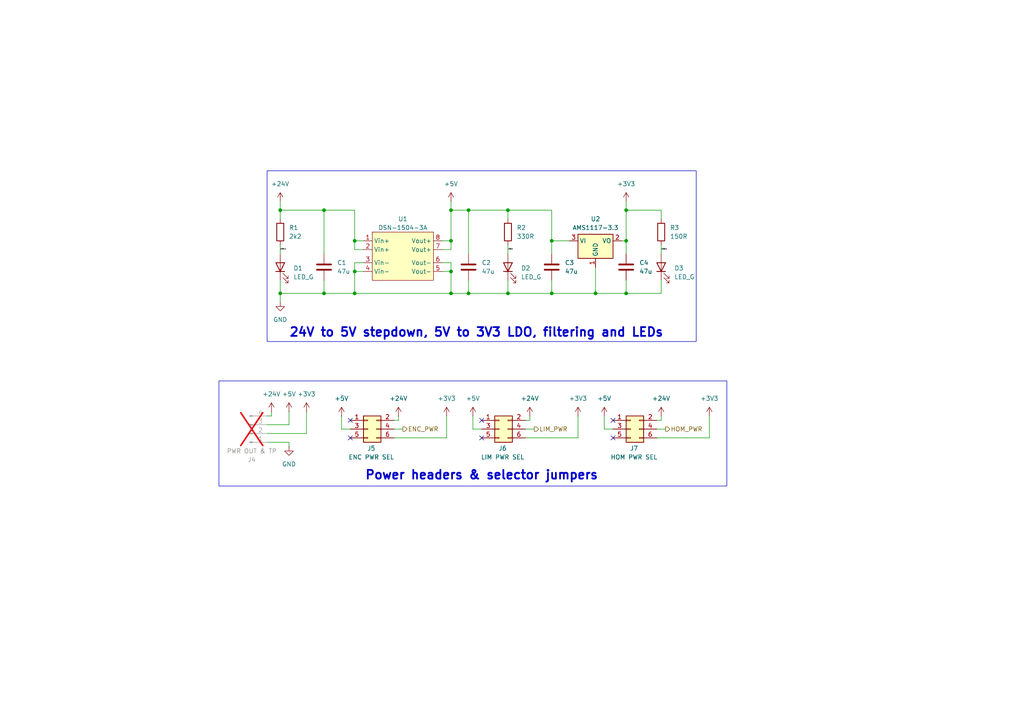
<source format=kicad_sch>
(kicad_sch (version 20231120) (generator "eeschema") (generator_version "8.0")
  (paper "A4")
  (title_block (title "Karcsi (INDACT Robot Arm) - Aux. boards power") (date "2024-05-19") (rev "1.1") (company "LEGO Kör (legokor.hu)") (comment 1 "Designed by Máté Kovács, Panka Horváth, Gergely Halász") (comment 2 "Reviewed by Máté Kovács, Andi Serban, Péter Varga"))
  (lib_symbols
    (symbol "Connector:Conn_01x04_Pin" (pin_names (offset 1.016) hide)
      (property "Reference" "J" (at 0 5.08 0))
      (property "Value" "Conn_01x04_Pin" (at 0 -7.62 0))
      (symbol "Conn_01x04_Pin_1_1"
        (polyline (pts (xy 1.27 -5.08) (xy 0.8636 -5.08)) (stroke (width 0.1524)))
        (polyline (pts (xy 1.27 -2.54) (xy 0.8636 -2.54)) (stroke (width 0.1524)))
        (polyline (pts (xy 1.27 0) (xy 0.8636 0)) (stroke (width 0.1524)))
        (polyline (pts (xy 1.27 2.54) (xy 0.8636 2.54)) (stroke (width 0.1524)))
        (rectangle (start 0.8636 -4.953) (end 0 -5.207) (stroke (width 0.1524)) (fill (type outline)))
        (rectangle (start 0.8636 -2.413) (end 0 -2.667) (stroke (width 0.1524)) (fill (type outline)))
        (rectangle (start 0.8636 0.127) (end 0 -0.127) (stroke (width 0.1524)) (fill (type outline)))
        (rectangle (start 0.8636 2.667) (end 0 2.413) (stroke (width 0.1524)) (fill (type outline)))
        (pin passive line (at 5.08 2.54 180) (length 3.81) (name "Pin_1") (number "1"))
        (pin passive line (at 5.08 0 180) (length 3.81) (name "Pin_2") (number "2"))
        (pin passive line (at 5.08 -2.54 180) (length 3.81) (name "Pin_3") (number "3"))
        (pin passive line (at 5.08 -5.08 180) (length 3.81) (name "Pin_4") (number "4"))
      )
    )
    (symbol "Connector_Generic:Conn_02x03_Odd_Even" (pin_names (offset 1.016) hide)
      (property "Reference" "J" (at 1.27 5.08 0))
      (property "Value" "Conn_02x03_Odd_Even" (at 1.27 -5.08 0))
      (symbol "Conn_02x03_Odd_Even_1_1"
        (rectangle (start -1.27 -2.413) (end 0 -2.667) (stroke (width 0.1524)))
        (rectangle (start -1.27 0.127) (end 0 -0.127) (stroke (width 0.1524)))
        (rectangle (start -1.27 2.667) (end 0 2.413) (stroke (width 0.1524)))
        (rectangle (start -1.27 3.81) (end 3.81 -3.81) (stroke (width 0.254)) (fill (type background)))
        (rectangle (start 3.81 -2.413) (end 2.54 -2.667) (stroke (width 0.1524)))
        (rectangle (start 3.81 0.127) (end 2.54 -0.127) (stroke (width 0.1524)))
        (rectangle (start 3.81 2.667) (end 2.54 2.413) (stroke (width 0.1524)))
        (pin passive line (at -5.08 2.54 0) (length 3.81) (name "Pin_1") (number "1"))
        (pin passive line (at 7.62 2.54 180) (length 3.81) (name "Pin_2") (number "2"))
        (pin passive line (at -5.08 0 0) (length 3.81) (name "Pin_3") (number "3"))
        (pin passive line (at 7.62 0 180) (length 3.81) (name "Pin_4") (number "4"))
        (pin passive line (at -5.08 -2.54 0) (length 3.81) (name "Pin_5") (number "5"))
        (pin passive line (at 7.62 -2.54 180) (length 3.81) (name "Pin_6") (number "6"))
      )
    )
    (symbol "Device:C" (pin_numbers hide) (pin_names (offset 0.254))
      (property "Reference" "C" (at 0.635 2.54 0))
      (property "Value" "C" (at 0.635 -2.54 0))
      (symbol "C_0_1"
        (polyline (pts (xy -2.032 -0.762) (xy 2.032 -0.762)) (stroke (width 0.508)))
        (polyline (pts (xy -2.032 0.762) (xy 2.032 0.762)) (stroke (width 0.508)))
      )
      (symbol "C_1_1"
        (pin passive line (at 0 3.81 270) (length 2.794) (name "~") (number "1"))
        (pin passive line (at 0 -3.81 90) (length 2.794) (name "~") (number "2"))
      )
    )
    (symbol "Device:LED" (pin_numbers hide) (pin_names (offset 1.016) hide)
      (property "Reference" "D" (at 0 2.54 0))
      (property "Value" "LED" (at 0 -2.54 0))
      (symbol "LED_0_1"
        (polyline (pts (xy -1.27 -1.27) (xy -1.27 1.27)) (stroke (width 0.254)))
        (polyline (pts (xy -1.27 0) (xy 1.27 0)))
        (polyline (pts (xy 1.27 -1.27) (xy 1.27 1.27) (xy -1.27 0) (xy 1.27 -1.27)) (stroke (width 0.254)))
        (polyline (pts (xy -3.048 -0.762) (xy -4.572 -2.286) (xy -3.81 -2.286) (xy -4.572 -2.286) (xy -4.572 -1.524)))
        (polyline (pts (xy -1.778 -0.762) (xy -3.302 -2.286) (xy -2.54 -2.286) (xy -3.302 -2.286) (xy -3.302 -1.524)))
      )
      (symbol "LED_1_1"
        (pin passive line (at -3.81 0 0) (length 2.54) (name "K") (number "1"))
        (pin passive line (at 3.81 0 180) (length 2.54) (name "A") (number "2"))
      )
    )
    (symbol "Device:R" (pin_numbers hide) (pin_names (offset 0))
      (property "Reference" "R" (at 2.032 0 90))
      (property "Value" "R" (at 0 0 90))
      (symbol "R_0_1"
        (rectangle (start -1.016 -2.54) (end 1.016 2.54) (stroke (width 0.254)))
      )
      (symbol "R_1_1"
        (pin passive line (at 0 3.81 270) (length 1.27) (name "~") (number "1"))
        (pin passive line (at 0 -3.81 90) (length 1.27) (name "~") (number "2"))
      )
    )
    (symbol "Regulator_Linear:AMS1117-3.3"
      (property "Reference" "U" (at -3.81 3.175 0))
      (property "Value" "AMS1117-3.3" (at 0 3.175 0))
      (symbol "AMS1117-3.3_0_1"
        (rectangle (start -5.08 -5.08) (end 5.08 1.905) (stroke (width 0.254)) (fill (type background)))
      )
      (symbol "AMS1117-3.3_1_1"
        (pin power_in line (at 0 -7.62 90) (length 2.54) (name "GND") (number "1"))
        (pin power_out line (at 7.62 0 180) (length 2.54) (name "VO") (number "2"))
        (pin power_in line (at -7.62 0 0) (length 2.54) (name "VI") (number "3"))
      )
    )
    (symbol "power:+24V" (power) (pin_numbers hide) (pin_names (offset 0) hide)
      (property "Value" "+24V" (at 0 3.556 0))
      (symbol "+24V_0_1"
        (polyline (pts (xy -0.762 1.27) (xy 0 2.54)))
        (polyline (pts (xy 0 0) (xy 0 2.54)))
        (polyline (pts (xy 0 2.54) (xy 0.762 1.27)))
      )
      (symbol "+24V_1_1"
        (pin power_in line (at 0 0 90) (length 0) (name "~") (number "1"))
      )
    )
    (symbol "power:+3V3" (power) (pin_numbers hide) (pin_names (offset 0) hide)
      (property "Value" "+3V3" (at 0 3.556 0))
      (symbol "+3V3_0_1"
        (polyline (pts (xy -0.762 1.27) (xy 0 2.54)))
        (polyline (pts (xy 0 0) (xy 0 2.54)))
        (polyline (pts (xy 0 2.54) (xy 0.762 1.27)))
      )
      (symbol "+3V3_1_1"
        (pin power_in line (at 0 0 90) (length 0) (name "~") (number "1"))
      )
    )
    (symbol "power:+5V" (power) (pin_numbers hide) (pin_names (offset 0) hide)
      (property "Value" "+5V" (at 0 3.556 0))
      (symbol "+5V_0_1"
        (polyline (pts (xy -0.762 1.27) (xy 0 2.54)))
        (polyline (pts (xy 0 0) (xy 0 2.54)))
        (polyline (pts (xy 0 2.54) (xy 0.762 1.27)))
      )
      (symbol "+5V_1_1"
        (pin power_in line (at 0 0 90) (length 0) (name "~") (number "1"))
      )
    )
    (symbol "power:GND" (power) (pin_numbers hide) (pin_names (offset 0) hide)
      (property "Value" "GND" (at 0 -3.81 0))
      (symbol "GND_0_1"
        (polyline (pts (xy 0 0) (xy 0 -1.27) (xy 1.27 -1.27) (xy 0 -2.54) (xy -1.27 -1.27) (xy 0 -1.27)))
      )
      (symbol "GND_1_1"
        (pin power_in line (at 0 0 270) (length 0) (name "~") (number "1"))
      )
    )
    (symbol "power_modules:DSN-1504-3A"
      (property "Reference" "U" (at 0 8.89 0))
      (symbol "DSN-1504-3A_1_1"
        (rectangle (start -8.89 7.62) (end 8.89 -6.35) (fill (type background)))
        (pin power_in line (at -11.43 5.08 0) (length 2.54) (name "Vin+") (number "1"))
        (pin power_in line (at -11.43 2.54 0) (length 2.54) (name "Vin+") (number "2"))
        (pin power_in line (at -11.43 -1.27 0) (length 2.54) (name "Vin-") (number "3"))
        (pin power_in line (at -11.43 -3.81 0) (length 2.54) (name "Vin-") (number "4"))
        (pin power_out line (at 11.43 -3.81 180) (length 2.54) (name "Vout-") (number "5"))
        (pin power_out line (at 11.43 -1.27 180) (length 2.54) (name "Vout-") (number "6"))
        (pin power_out line (at 11.43 2.54 180) (length 2.54) (name "Vout+") (number "7"))
        (pin power_out line (at 11.43 5.08 180) (length 2.54) (name "Vout+") (number "8"))
      )
    )
  )
  (junction (at 130.81 69.85))
  (junction (at 172.72 85.09))
  (junction (at 160.02 69.85))
  (junction (at 147.32 60.96))
  (junction (at 93.98 60.96))
  (junction (at 130.81 78.74))
  (junction (at 181.61 60.96))
  (junction (at 102.87 85.09))
  (junction (at 135.89 85.09))
  (junction (at 81.28 60.96))
  (junction (at 160.02 85.09))
  (junction (at 135.89 60.96))
  (junction (at 181.61 69.85))
  (junction (at 181.61 85.09))
  (junction (at 93.98 85.09))
  (junction (at 147.32 85.09))
  (junction (at 130.81 85.09))
  (junction (at 130.81 60.96))
  (junction (at 81.28 85.09))
  (junction (at 102.87 69.85))
  (junction (at 102.87 78.74))
  (no_connect (at 139.7 121.92))
  (no_connect (at 101.6 121.92))
  (no_connect (at 139.7 127))
  (no_connect (at 177.8 121.92))
  (no_connect (at 177.8 127))
  (no_connect (at 101.6 127))
  (wire (pts (xy 130.81 58.42) (xy 130.81 60.96)))
  (wire (pts (xy 81.28 60.96) (xy 93.98 60.96)))
  (wire (pts (xy 147.32 85.09) (xy 160.02 85.09)))
  (wire (pts (xy 102.87 69.85) (xy 102.87 72.39)))
  (wire (pts (xy 114.3 124.46) (xy 116.84 124.46)))
  (wire (pts (xy 81.28 63.5) (xy 81.28 60.96)))
  (wire (pts (xy 191.77 71.12) (xy 191.77 73.66)))
  (wire (pts (xy 147.32 60.96) (xy 147.32 63.5)))
  (wire (pts (xy 93.98 85.09) (xy 102.87 85.09)))
  (wire (pts (xy 160.02 85.09) (xy 172.72 85.09)))
  (wire (pts (xy 88.9 119.38) (xy 88.9 125.73)))
  (wire (pts (xy 81.28 85.09) (xy 81.28 87.63)))
  (wire (pts (xy 115.57 120.65) (xy 115.57 121.92)))
  (wire (pts (xy 135.89 81.28) (xy 135.89 85.09)))
  (wire (pts (xy 181.61 69.85) (xy 181.61 60.96)))
  (wire (pts (xy 93.98 60.96) (xy 93.98 73.66)))
  (wire (pts (xy 83.82 129.54) (xy 83.82 128.27)))
  (wire (pts (xy 93.98 60.96) (xy 102.87 60.96)))
  (wire (pts (xy 115.57 121.92) (xy 114.3 121.92)))
  (wire (pts (xy 83.82 128.27) (xy 77.47 128.27)))
  (wire (pts (xy 128.27 78.74) (xy 130.81 78.74)))
  (wire (pts (xy 153.67 120.65) (xy 153.67 121.92)))
  (wire (pts (xy 172.72 85.09) (xy 181.61 85.09)))
  (wire (pts (xy 147.32 60.96) (xy 160.02 60.96)))
  (wire (pts (xy 102.87 78.74) (xy 105.41 78.74)))
  (wire (pts (xy 78.74 119.38) (xy 78.74 120.65)))
  (wire (pts (xy 83.82 123.19) (xy 77.47 123.19)))
  (wire (pts (xy 191.77 81.28) (xy 191.77 85.09)))
  (wire (pts (xy 129.54 120.65) (xy 129.54 127)))
  (wire (pts (xy 191.77 120.65) (xy 191.77 121.92)))
  (wire (pts (xy 180.34 69.85) (xy 181.61 69.85)))
  (wire (pts (xy 160.02 81.28) (xy 160.02 85.09)))
  (wire (pts (xy 105.41 72.39) (xy 102.87 72.39)))
  (wire (pts (xy 135.89 60.96) (xy 147.32 60.96)))
  (wire (pts (xy 81.28 81.28) (xy 81.28 85.09)))
  (wire (pts (xy 135.89 60.96) (xy 135.89 73.66)))
  (wire (pts (xy 191.77 60.96) (xy 191.77 63.5)))
  (wire (pts (xy 128.27 69.85) (xy 130.81 69.85)))
  (wire (pts (xy 129.54 127) (xy 114.3 127)))
  (wire (pts (xy 81.28 71.12) (xy 81.28 73.66)))
  (wire (pts (xy 175.26 124.46) (xy 177.8 124.46)))
  (wire (pts (xy 130.81 60.96) (xy 135.89 60.96)))
  (wire (pts (xy 78.74 120.65) (xy 77.47 120.65)))
  (wire (pts (xy 190.5 124.46) (xy 193.04 124.46)))
  (wire (pts (xy 130.81 85.09) (xy 135.89 85.09)))
  (wire (pts (xy 175.26 120.65) (xy 175.26 124.46)))
  (wire (pts (xy 99.06 120.65) (xy 99.06 124.46)))
  (wire (pts (xy 81.28 58.42) (xy 81.28 60.96)))
  (wire (pts (xy 160.02 69.85) (xy 160.02 73.66)))
  (wire (pts (xy 135.89 85.09) (xy 147.32 85.09)))
  (wire (pts (xy 128.27 76.2) (xy 130.81 76.2)))
  (wire (pts (xy 99.06 124.46) (xy 101.6 124.46)))
  (wire (pts (xy 160.02 60.96) (xy 160.02 69.85)))
  (wire (pts (xy 205.74 120.65) (xy 205.74 127)))
  (wire (pts (xy 137.16 124.46) (xy 139.7 124.46)))
  (wire (pts (xy 93.98 81.28) (xy 93.98 85.09)))
  (wire (pts (xy 130.81 72.39) (xy 130.81 69.85)))
  (wire (pts (xy 191.77 121.92) (xy 190.5 121.92)))
  (wire (pts (xy 181.61 81.28) (xy 181.61 85.09)))
  (wire (pts (xy 153.67 121.92) (xy 152.4 121.92)))
  (wire (pts (xy 181.61 58.42) (xy 181.61 60.96)))
  (wire (pts (xy 152.4 124.46) (xy 154.94 124.46)))
  (wire (pts (xy 128.27 72.39) (xy 130.81 72.39)))
  (wire (pts (xy 167.64 127) (xy 152.4 127)))
  (wire (pts (xy 88.9 125.73) (xy 77.47 125.73)))
  (wire (pts (xy 130.81 78.74) (xy 130.81 85.09)))
  (wire (pts (xy 160.02 69.85) (xy 165.1 69.85)))
  (wire (pts (xy 181.61 69.85) (xy 181.61 73.66)))
  (wire (pts (xy 130.81 76.2) (xy 130.81 78.74)))
  (wire (pts (xy 105.41 69.85) (xy 102.87 69.85)))
  (wire (pts (xy 102.87 69.85) (xy 102.87 60.96)))
  (wire (pts (xy 167.64 120.65) (xy 167.64 127)))
  (wire (pts (xy 83.82 119.38) (xy 83.82 123.19)))
  (wire (pts (xy 102.87 78.74) (xy 102.87 85.09)))
  (wire (pts (xy 137.16 120.65) (xy 137.16 124.46)))
  (wire (pts (xy 147.32 81.28) (xy 147.32 85.09)))
  (wire (pts (xy 181.61 60.96) (xy 191.77 60.96)))
  (wire (pts (xy 181.61 85.09) (xy 191.77 85.09)))
  (wire (pts (xy 205.74 127) (xy 190.5 127)))
  (wire (pts (xy 102.87 85.09) (xy 130.81 85.09)))
  (wire (pts (xy 147.32 71.12) (xy 147.32 73.66)))
  (wire (pts (xy 130.81 69.85) (xy 130.81 60.96)))
  (wire (pts (xy 81.28 85.09) (xy 93.98 85.09)))
  (wire (pts (xy 172.72 77.47) (xy 172.72 85.09)))
  (wire (pts (xy 102.87 76.2) (xy 102.87 78.74)))
  (wire (pts (xy 105.41 76.2) (xy 102.87 76.2)))
  (rectangle (start 63.5 110.49) (end 210.82 140.97))
  (rectangle (start 77.47 49.53) (end 201.93 99.06))
  (text "Power headers & selector jumpers" (at 139.7 137.922 0) (effects (font (size 2.54 2.54) (thickness 0.508) (bold yes))))
  (text "24V to 5V stepdown, 5V to 3V3 LDO, filtering and LEDs" (at 138.176 96.52 0) (effects (font (size 2.54 2.54) (thickness 0.508) (bold yes))))
  (label "LED24_A" (at 81.28 72.39 0) (effects (font (size 0.254 0.254))))
  (label "LED33_A" (at 191.77 72.39 0) (effects (font (size 0.254 0.254))))
  (label "LED5_A" (at 147.32 72.39 0) (effects (font (size 0.254 0.254))))
  (hierarchical_label "HOM_PWR" (shape output) (at 193.04 124.46 0))
  (hierarchical_label "ENC_PWR" (shape output) (at 116.84 124.46 0))
  (hierarchical_label "LIM_PWR" (shape output) (at 154.94 124.46 0))
  (symbol (lib_id "power:GND") (at 83.82 129.54 0) (unit 1)
    (property "Reference" "#PWR010" (effects (hide yes)))
    (property "Value" "GND" (at 83.82 134.62 0))
    (property "Description" "Power symbol creates a global label with name \"GND\" , ground" (effects (hide yes)))
    (instances (project "Aux_board_3" (path "" (reference "#PWR010") (unit 1))) (project "Aux_boards_meta" (path "" (reference "#PWR08") (unit 1))) (project "Aux_board_1" (path "" (reference "#PWR08") (unit 1))))
  )
  (symbol (lib_id "Connector_Generic:Conn_02x03_Odd_Even") (at 144.78 124.46 0) (unit 1)
    (property "Reference" "J6" (at 145.796 130.048 0))
    (property "Value" "LIM PWR SEL" (at 145.796 132.588 0))
    (property "Footprint" "Connector_PinHeader_2.54mm:PinHeader_2x03_P2.54mm_Vertical" (effects (hide yes)))
    (property "Datasheet" "-" (effects (hide yes)))
    (property "Description" "Generic connector, double row, 02x03, odd/even pin numbering scheme (row 1 odd numbers, row 2 even numbers), script generated (kicad-library-utils/schlib/autogen/connector/)" (effects (hide yes)))
    (property "Sourced" "1" (effects (hide yes)))
    (property "Supplier" "LEGOlab" (effects (hide yes)))
    (property "Supplier item no" "-" (effects (hide yes)))
    (instances (project "Aux_board_3" (path "" (reference "J6") (unit 1))) (project "Aux_boards_meta" (path "" (reference "J23") (unit 1))) (project "Aux_board_1" (path "" (reference "J3") (unit 1))))
  )
  (symbol (lib_id "power:+3V3") (at 129.54 120.65 0) (unit 1)
    (property "Reference" "#PWR014" (effects (hide yes)))
    (property "Value" "+3V3" (at 129.54 115.57 0))
    (property "Description" "Power symbol creates a global label with name \"+3V3\"" (effects (hide yes)))
    (instances (project "Aux_board_3" (path "" (reference "#PWR014") (unit 1))) (project "Aux_boards_meta" (path "" (reference "#PWR011") (unit 1))) (project "Aux_board_1" (path "" (reference "#PWR011") (unit 1))))
  )
  (symbol (lib_id "Device:C") (at 160.02 77.47 0) (unit 1)
    (property "Reference" "C3" (at 163.83 76.1999 0) (effects (justify left)))
    (property "Value" "47u" (at 163.83 78.7399 0) (effects (justify left)))
    (property "Footprint" "Capacitor_SMD:C_0805_2012Metric_Pad1.18x1.45mm_HandSolder" (effects (hide yes)))
    (property "Description" "Unpolarized capacitor" (effects (hide yes)))
    (property "Supplier" "Lomex" (effects (hide yes)))
    (property "Supplier URL" "https://lomex.hu/hu/webshop/#/search,82-11-74/stype,1" (effects (hide yes)))
    (property "Supplier item no" "82-11-74" (effects (hide yes)))
    (property "Sourced" "0" (effects (hide yes)))
  )
  (symbol (lib_id "Connector:Conn_01x04_Pin") (at 72.39 125.73 0) (mirror x) (unit 1) (dnp yes)
    (property "Reference" "J4" (at 73.025 133.35 0))
    (property "Value" "PWR OUT & TP" (at 73.025 130.81 0))
    (property "Footprint" "Connector_PinHeader_2.54mm:PinHeader_1x04_P2.54mm_Vertical" (effects (hide yes)))
    (property "Datasheet" "-" (effects (hide yes)))
    (property "Description" "Generic connector, single row, 01x04, script generated" (effects (hide yes)))
    (property "Sourced" "1" (effects (hide yes)))
    (property "Supplier" "LEGOlab" (effects (hide yes)))
    (property "Supplier item no" "-" (effects (hide yes)))
    (instances (project "Aux_board_3" (path "" (reference "J4") (unit 1))) (project "Aux_boards_meta" (path "" (reference "J21") (unit 1))) (project "Aux_board_1" (path "" (reference "J1") (unit 1))))
  )
  (symbol (lib_id "Connector_Generic:Conn_02x03_Odd_Even") (at 182.88 124.46 0) (unit 1)
    (property "Reference" "J7" (at 183.896 130.048 0))
    (property "Value" "HOM PWR SEL" (at 183.896 132.588 0))
    (property "Footprint" "Connector_PinHeader_2.54mm:PinHeader_2x03_P2.54mm_Vertical" (effects (hide yes)))
    (property "Datasheet" "-" (effects (hide yes)))
    (property "Description" "Generic connector, double row, 02x03, odd/even pin numbering scheme (row 1 odd numbers, row 2 even numbers), script generated (kicad-library-utils/schlib/autogen/connector/)" (effects (hide yes)))
    (property "Sourced" "1" (effects (hide yes)))
    (property "Supplier" "LEGOlab" (effects (hide yes)))
    (property "Supplier item no" "-" (effects (hide yes)))
    (instances (project "Aux_board_3" (path "" (reference "J7") (unit 1))) (project "Aux_boards_meta" (path "" (reference "J24") (unit 1))) (project "Aux_board_1" (path "" (reference "J4") (unit 1))))
  )
  (symbol (lib_id "power:+3V3") (at 167.64 120.65 0) (unit 1)
    (property "Reference" "#PWR018" (effects (hide yes)))
    (property "Value" "+3V3" (at 167.64 115.57 0))
    (property "Description" "Power symbol creates a global label with name \"+3V3\"" (effects (hide yes)))
    (instances (project "Aux_board_3" (path "" (reference "#PWR018") (unit 1))) (project "Aux_boards_meta" (path "" (reference "#PWR014") (unit 1))) (project "Aux_board_1" (path "" (reference "#PWR014") (unit 1))))
  )
  (symbol (lib_id "power:+5V") (at 175.26 120.65 0) (unit 1)
    (property "Reference" "#PWR019" (effects (hide yes)))
    (property "Value" "+5V" (at 175.26 115.57 0))
    (property "Description" "Power symbol creates a global label with name \"+5V\"" (effects (hide yes)))
    (instances (project "Aux_board_3" (path "" (reference "#PWR019") (unit 1))) (project "Aux_boards_meta" (path "" (reference "#PWR015") (unit 1))) (project "Aux_board_1" (path "" (reference "#PWR015") (unit 1))))
  )
  (symbol (lib_id "power:+24V") (at 115.57 120.65 0) (unit 1)
    (property "Reference" "#PWR013" (effects (hide yes)))
    (property "Value" "+24V" (at 115.57 115.57 0))
    (property "Description" "Power symbol creates a global label with name \"+24V\"" (effects (hide yes)))
    (instances (project "Aux_board_3" (path "" (reference "#PWR013") (unit 1))) (project "Aux_boards_meta" (path "" (reference "#PWR010") (unit 1))) (project "Aux_board_1" (path "" (reference "#PWR010") (unit 1))))
  )
  (symbol (lib_id "Connector_Generic:Conn_02x03_Odd_Even") (at 106.68 124.46 0) (unit 1)
    (property "Reference" "J5" (at 107.696 130.048 0))
    (property "Value" "ENC PWR SEL" (at 107.696 132.588 0))
    (property "Footprint" "Connector_PinHeader_2.54mm:PinHeader_2x03_P2.54mm_Vertical" (effects (hide yes)))
    (property "Datasheet" "-" (effects (hide yes)))
    (property "Description" "Generic connector, double row, 02x03, odd/even pin numbering scheme (row 1 odd numbers, row 2 even numbers), script generated (kicad-library-utils/schlib/autogen/connector/)" (effects (hide yes)))
    (property "Sourced" "1" (effects (hide yes)))
    (property "Supplier" "LEGOlab" (effects (hide yes)))
    (property "Supplier item no" "-" (effects (hide yes)))
    (instances (project "Aux_board_3" (path "" (reference "J5") (unit 1))) (project "Aux_boards_meta" (path "" (reference "J22") (unit 1))) (project "Aux_board_1" (path "" (reference "J2") (unit 1))))
  )
  (symbol (lib_id "power:+3V3") (at 88.9 119.38 0) (unit 1)
    (property "Reference" "#PWR011" (effects (hide yes)))
    (property "Value" "+3V3" (at 88.9 114.3 0))
    (property "Description" "Power symbol creates a global label with name \"+3V3\"" (effects (hide yes)))
    (instances (project "Aux_board_3" (path "" (reference "#PWR011") (unit 1))) (project "Aux_boards_meta" (path "" (reference "#PWR07") (unit 1))) (project "Aux_board_1" (path "" (reference "#PWR07") (unit 1))))
  )
  (symbol (lib_id "power:+24V") (at 191.77 120.65 0) (unit 1)
    (property "Reference" "#PWR021" (effects (hide yes)))
    (property "Value" "+24V" (at 191.77 115.57 0))
    (property "Description" "Power symbol creates a global label with name \"+24V\"" (effects (hide yes)))
    (instances (project "Aux_board_3" (path "" (reference "#PWR021") (unit 1))) (project "Aux_boards_meta" (path "" (reference "#PWR016") (unit 1))) (project "Aux_board_1" (path "" (reference "#PWR016") (unit 1))))
  )
  (symbol (lib_id "power:+5V") (at 83.82 119.38 0) (unit 1)
    (property "Reference" "#PWR09" (effects (hide yes)))
    (property "Value" "+5V" (at 83.82 114.3 0))
    (property "Description" "Power symbol creates a global label with name \"+5V\"" (effects (hide yes)))
    (instances (project "Aux_board_3" (path "" (reference "#PWR09") (unit 1))) (project "Aux_boards_meta" (path "" (reference "#PWR06") (unit 1))) (project "Aux_board_1" (path "" (reference "#PWR06") (unit 1))))
  )
  (symbol (lib_id "Device:R") (at 81.28 67.31 0) (unit 1)
    (property "Reference" "R1" (at 83.82 66.0399 0) (effects (justify left)))
    (property "Value" "2k2" (at 83.82 68.5799 0) (effects (justify left)))
    (property "Footprint" "Resistor_SMD:R_0805_2012Metric_Pad1.20x1.40mm_HandSolder" (effects (hide yes)))
    (property "Description" "Resistor" (effects (hide yes)))
    (property "Supplier" "Lomex" (effects (hide yes)))
    (property "Supplier URL" "https://lomex.hu/hu/webshop/#page,0/search,81-10-91/stype,1" (effects (hide yes)))
    (property "Supplier item no" "81-10-91" (effects (hide yes)))
    (property "Sourced" "1" (effects (hide yes)))
  )
  (symbol (lib_id "Device:C") (at 181.61 77.47 0) (unit 1)
    (property "Reference" "C4" (at 185.42 76.1999 0) (effects (justify left)))
    (property "Value" "47u" (at 185.42 78.7399 0) (effects (justify left)))
    (property "Footprint" "Capacitor_SMD:C_0805_2012Metric_Pad1.18x1.45mm_HandSolder" (effects (hide yes)))
    (property "Description" "Unpolarized capacitor" (effects (hide yes)))
    (property "Supplier" "Lomex" (effects (hide yes)))
    (property "Supplier URL" "https://lomex.hu/hu/webshop/#/search,82-11-74/stype,1" (effects (hide yes)))
    (property "Supplier item no" "82-11-74" (effects (hide yes)))
    (property "Sourced" "0" (effects (hide yes)))
  )
  (symbol (lib_id "Device:R") (at 191.77 67.31 0) (unit 1)
    (property "Reference" "R3" (at 194.31 66.0399 0) (effects (justify left)))
    (property "Value" "150R" (at 194.31 68.5799 0) (effects (justify left)))
    (property "Footprint" "Resistor_SMD:R_0805_2012Metric_Pad1.20x1.40mm_HandSolder" (effects (hide yes)))
    (property "Description" "Resistor" (effects (hide yes)))
    (property "Supplier" "Lomex" (effects (hide yes)))
    (property "Supplier item no" "81-10-77" (effects (hide yes)))
    (property "Sourced" "1" (effects (hide yes)))
  )
  (symbol (lib_id "Regulator_Linear:AMS1117-3.3") (at 172.72 69.85 0) (unit 1)
    (property "Reference" "U2" (at 172.72 63.5 0))
    (property "Value" "AMS1117-3.3" (at 172.72 66.04 0))
    (property "Footprint" "Package_TO_SOT_SMD:SOT-223-3_TabPin2" (effects (hide yes)))
    (property "Datasheet" "http://www.advanced-monolithic.com/pdf/ds1117.pdf" (effects (hide yes)))
    (property "Description" "1A Low Dropout regulator, positive, 3.3V fixed output, SOT-223" (effects (hide yes)))
    (property "Supplier" "LCSC" (effects (hide yes)))
    (property "Supplier URL" "https://www.lcsc.com/product-detail/Linear-Voltage-Regulators-LDO_Advanced-Monolithic-Systems-AMS1117-3-3_C6186.html" (effects (hide yes)))
    (property "Supplier item no" "C6186" (effects (hide yes)))
    (property "Sourced" "0" (effects (hide yes)))
  )
  (symbol (lib_id "power:+24V") (at 78.74 119.38 0) (unit 1)
    (property "Reference" "#PWR06" (effects (hide yes)))
    (property "Value" "+24V" (at 78.74 114.3 0))
    (property "Description" "Power symbol creates a global label with name \"+24V\"" (effects (hide yes)))
    (instances (project "Aux_board_3" (path "" (reference "#PWR06") (unit 1))) (project "Aux_boards_meta" (path "" (reference "#PWR05") (unit 1))) (project "Aux_board_1" (path "" (reference "#PWR05") (unit 1))))
  )
  (symbol (lib_id "Device:LED") (at 191.77 77.47 90) (unit 1)
    (property "Reference" "D3" (at 195.58 77.7874 90) (effects (justify right)))
    (property "Value" "LED_G" (at 195.58 80.3274 90) (effects (justify right)))
    (property "Footprint" "LED_SMD:LED_0805_2012Metric_Pad1.15x1.40mm_HandSolder" (effects (hide yes)))
    (property "Datasheet" "https://mm.digikey.com/Volume0/opasdata/d220001/medias/docus/3804/B1701NG--20D000314U1930.pdf" (effects (hide yes)))
    (property "Description" "Light emitting diode" (effects (hide yes)))
    (property "Supplier" "DigiKey" (effects (hide yes)))
    (property "Supplier URL" "https://www.digikey.hu/hu/products/detail/harvatek-corporation/B1701NG-20D000314U1930/16671738" (effects (hide yes)))
    (property "Supplier item no" "3147-B1701NG--20D000314U1930CT-ND" (effects (hide yes)))
    (property "Sourced" "1" (effects (hide yes)))
  )
  (symbol (lib_id "Device:LED") (at 81.28 77.47 90) (unit 1)
    (property "Reference" "D1" (at 85.09 77.7874 90) (effects (justify right)))
    (property "Value" "LED_G" (at 85.09 80.3274 90) (effects (justify right)))
    (property "Footprint" "LED_SMD:LED_0805_2012Metric_Pad1.15x1.40mm_HandSolder" (effects (hide yes)))
    (property "Datasheet" "https://mm.digikey.com/Volume0/opasdata/d220001/medias/docus/3804/B1701NG--20D000314U1930.pdf" (effects (hide yes)))
    (property "Description" "Light emitting diode" (effects (hide yes)))
    (property "Supplier" "DigiKey" (effects (hide yes)))
    (property "Supplier URL" "https://www.digikey.hu/hu/products/detail/harvatek-corporation/B1701NG-20D000314U1930/16671738" (effects (hide yes)))
    (property "Supplier item no" "3147-B1701NG--20D000314U1930CT-ND" (effects (hide yes)))
    (property "Sourced" "1" (effects (hide yes)))
  )
  (symbol (lib_id "Device:C") (at 135.89 77.47 0) (unit 1)
    (property "Reference" "C2" (at 139.7 76.1999 0) (effects (justify left)))
    (property "Value" "47u" (at 139.7 78.7399 0) (effects (justify left)))
    (property "Footprint" "Capacitor_SMD:C_0805_2012Metric_Pad1.18x1.45mm_HandSolder" (effects (hide yes)))
    (property "Description" "Unpolarized capacitor" (effects (hide yes)))
    (property "Supplier" "Lomex" (effects (hide yes)))
    (property "Supplier URL" "https://lomex.hu/hu/webshop/#/search,82-11-74/stype,1" (effects (hide yes)))
    (property "Supplier item no" "82-11-74" (effects (hide yes)))
    (property "Sourced" "0" (effects (hide yes)))
  )
  (symbol (lib_id "Device:C") (at 93.98 77.47 0) (unit 1)
    (property "Reference" "C1" (at 97.79 76.1999 0) (effects (justify left)))
    (property "Value" "47u" (at 97.79 78.7399 0) (effects (justify left)))
    (property "Footprint" "Capacitor_SMD:C_0805_2012Metric_Pad1.18x1.45mm_HandSolder" (effects (hide yes)))
    (property "Description" "Unpolarized capacitor" (effects (hide yes)))
    (property "Supplier" "Lomex" (effects (hide yes)))
    (property "Supplier URL" "https://lomex.hu/hu/webshop/#/search,82-11-74/stype,1" (effects (hide yes)))
    (property "Supplier item no" "82-11-74" (effects (hide yes)))
    (property "Sourced" "0" (effects (hide yes)))
  )
  (symbol (lib_id "Device:LED") (at 147.32 77.47 90) (unit 1)
    (property "Reference" "D2" (at 151.13 77.7874 90) (effects (justify right)))
    (property "Value" "LED_G" (at 151.13 80.3274 90) (effects (justify right)))
    (property "Footprint" "LED_SMD:LED_0805_2012Metric_Pad1.15x1.40mm_HandSolder" (effects (hide yes)))
    (property "Datasheet" "https://mm.digikey.com/Volume0/opasdata/d220001/medias/docus/3804/B1701NG--20D000314U1930.pdf" (effects (hide yes)))
    (property "Description" "Light emitting diode" (effects (hide yes)))
    (property "Supplier" "DigiKey" (effects (hide yes)))
    (property "Supplier URL" "https://www.digikey.hu/hu/products/detail/harvatek-corporation/B1701NG-20D000314U1930/16671738" (effects (hide yes)))
    (property "Supplier item no" "3147-B1701NG--20D000314U1930CT-ND" (effects (hide yes)))
    (property "Sourced" "1" (effects (hide yes)))
  )
  (symbol (lib_id "power:+5V") (at 99.06 120.65 0) (unit 1)
    (property "Reference" "#PWR012" (effects (hide yes)))
    (property "Value" "+5V" (at 99.06 115.57 0))
    (property "Description" "Power symbol creates a global label with name \"+5V\"" (effects (hide yes)))
    (instances (project "Aux_board_3" (path "" (reference "#PWR012") (unit 1))) (project "Aux_boards_meta" (path "" (reference "#PWR09") (unit 1))) (project "Aux_board_1" (path "" (reference "#PWR09") (unit 1))))
  )
  (symbol (lib_id "power:+3V3") (at 181.61 58.42 0) (unit 1)
    (property "Reference" "#PWR020" (effects (hide yes)))
    (property "Value" "+3V3" (at 181.61 53.34 0))
    (property "Description" "Power symbol creates a global label with name \"+3V3\"" (effects (hide yes)))
    (instances (project "Aux_board_3" (path "" (reference "#PWR020") (unit 1))) (project "Aux_boards_meta" (path "" (reference "#PWR04") (unit 1))) (project "Aux_board_1" (path "" (reference "#PWR04") (unit 1))))
  )
  (symbol (lib_id "power:+3V3") (at 205.74 120.65 0) (unit 1)
    (property "Reference" "#PWR022" (effects (hide yes)))
    (property "Value" "+3V3" (at 205.74 115.57 0))
    (property "Description" "Power symbol creates a global label with name \"+3V3\"" (effects (hide yes)))
    (instances (project "Aux_board_3" (path "" (reference "#PWR022") (unit 1))) (project "Aux_boards_meta" (path "" (reference "#PWR017") (unit 1))) (project "Aux_board_1" (path "" (reference "#PWR017") (unit 1))))
  )
  (symbol (lib_id "Device:R") (at 147.32 67.31 0) (unit 1)
    (property "Reference" "R2" (at 149.86 66.0399 0) (effects (justify left)))
    (property "Value" "330R" (at 149.86 68.5799 0) (effects (justify left)))
    (property "Footprint" "Resistor_SMD:R_0805_2012Metric_Pad1.20x1.40mm_HandSolder" (effects (hide yes)))
    (property "Description" "Resistor" (effects (hide yes)))
    (property "Supplier" "Lomex" (effects (hide yes)))
    (property "Supplier item no" "81-10-81" (effects (hide yes)))
    (property "Sourced" "1" (effects (hide yes)))
  )
  (symbol (lib_id "power:+24V") (at 153.67 120.65 0) (unit 1)
    (property "Reference" "#PWR017" (effects (hide yes)))
    (property "Value" "+24V" (at 153.67 115.57 0))
    (property "Description" "Power symbol creates a global label with name \"+24V\"" (effects (hide yes)))
    (instances (project "Aux_board_3" (path "" (reference "#PWR017") (unit 1))) (project "Aux_boards_meta" (path "" (reference "#PWR013") (unit 1))) (project "Aux_board_1" (path "" (reference "#PWR013") (unit 1))))
  )
  (symbol (lib_id "power:+24V") (at 81.28 58.42 0) (unit 1)
    (property "Reference" "#PWR07" (effects (hide yes)))
    (property "Value" "+24V" (at 81.28 53.34 0))
    (property "Description" "Power symbol creates a global label with name \"+24V\"" (effects (hide yes)))
    (instances (project "Aux_board_3" (path "" (reference "#PWR07") (unit 1))) (project "Aux_boards_meta" (path "" (reference "#PWR01") (unit 1))) (project "Aux_board_1" (path "" (reference "#PWR01") (unit 1))))
  )
  (symbol (lib_id "power:GND") (at 81.28 87.63 0) (unit 1)
    (property "Reference" "#PWR08" (effects (hide yes)))
    (property "Value" "GND" (at 81.28 92.71 0))
    (property "Description" "Power symbol creates a global label with name \"GND\" , ground" (effects (hide yes)))
    (instances (project "Aux_board_3" (path "" (reference "#PWR08") (unit 1))) (project "Aux_boards_meta" (path "" (reference "#PWR02") (unit 1))) (project "Aux_board_1" (path "" (reference "#PWR02") (unit 1))))
  )
  (symbol (lib_id "power:+5V") (at 137.16 120.65 0) (unit 1)
    (property "Reference" "#PWR016" (effects (hide yes)))
    (property "Value" "+5V" (at 137.16 115.57 0))
    (property "Description" "Power symbol creates a global label with name \"+5V\"" (effects (hide yes)))
    (instances (project "Aux_board_3" (path "" (reference "#PWR016") (unit 1))) (project "Aux_boards_meta" (path "" (reference "#PWR012") (unit 1))) (project "Aux_board_1" (path "" (reference "#PWR012") (unit 1))))
  )
  (symbol (lib_id "power:+5V") (at 130.81 58.42 0) (unit 1)
    (property "Reference" "#PWR015" (effects (hide yes)))
    (property "Value" "+5V" (at 130.81 53.34 0))
    (property "Description" "Power symbol creates a global label with name \"+5V\"" (effects (hide yes)))
    (instances (project "Aux_board_3" (path "" (reference "#PWR015") (unit 1))) (project "Aux_boards_meta" (path "" (reference "#PWR03") (unit 1))) (project "Aux_board_1" (path "" (reference "#PWR03") (unit 1))))
  )
  (symbol (lib_id "power_modules:DSN-1504-3A") (at 116.84 74.93 0) (unit 1)
    (property "Reference" "U1" (at 116.84 63.5 0))
    (property "Value" "DSN-1504-3A" (at 116.84 66.04 0))
    (property "Footprint" "power_modules:DSN-1504-3A" (effects (hide yes)))
    (property "Datasheet" "https://www.hestore.hu/prod_getfile.php?id=10201" (effects (hide yes)))
    (property "Supplier" "Hestore" (effects (hide yes)))
    (property "Supplier URL" "https://www.hestore.hu/prod_10038118.html" (effects (hide yes)))
    (property "Supplier item no" "100.381.18" (effects (hide yes)))
    (property "Sourced" "0" (effects (hide yes)))
  )
)
</source>
